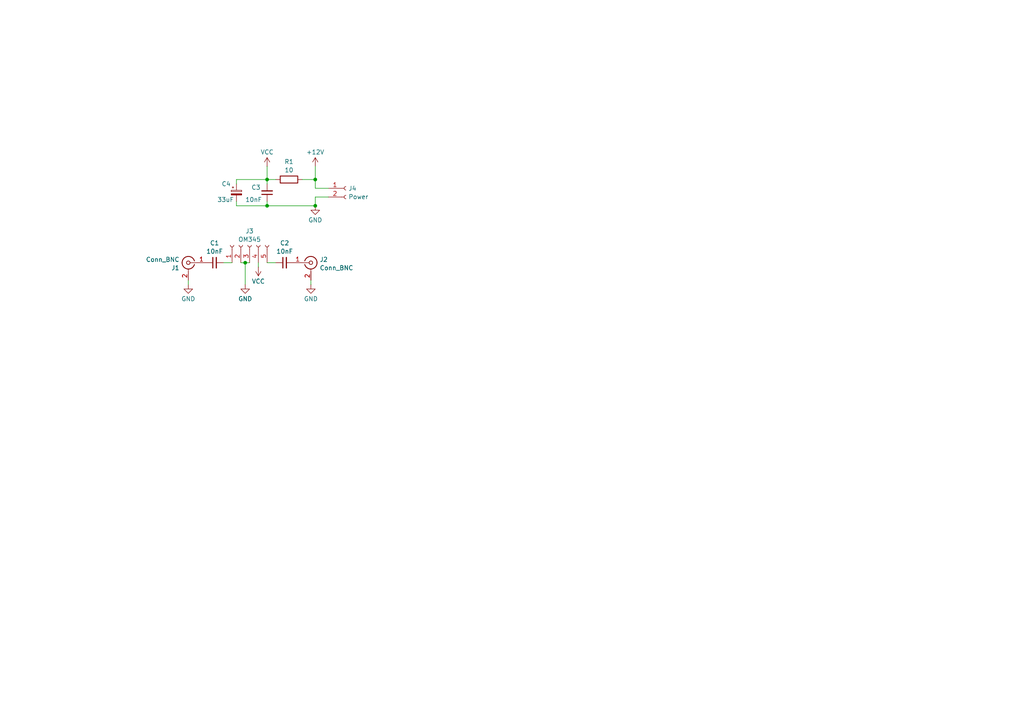
<source format=kicad_sch>
(kicad_sch (version 20250114) (generator "eeschema") (generator_version "9.0")
  (paper "A4")
  (lib_symbols
    (symbol "Connector:Conn_01x02_Socket" (pin_names (offset 1.016) (hide yes))
      (property "Reference" "J" (at 0 2.54 0))
      (property "Value" "Conn_01x02_Socket" (at 0 -5.08 0))
      (symbol "Conn_01x02_Socket_1_1"
        (polyline (pts (xy -1.27 0) (xy -0.508 0)) (stroke (width 0.1524)))
        (polyline (pts (xy -1.27 -2.54) (xy -0.508 -2.54)) (stroke (width 0.1524)))
        (arc (start 0 -0.508) (mid -0.5058 0) (end 0 0.508) (stroke (width 0.1524)))
        (arc (start 0 -3.048) (mid -0.5058 -2.54) (end 0 -2.032) (stroke (width 0.1524)))
        (pin passive line (at -5.08 0 0) (length 3.81) (name "Pin_1") (number "1"))
        (pin passive line (at -5.08 -2.54 0) (length 3.81) (name "Pin_2") (number "2"))
      )
    )
    (symbol "Connector:Conn_01x05_Socket" (pin_names (offset 1.016) (hide yes))
      (property "Reference" "J" (at 0 7.62 0))
      (property "Value" "Conn_01x05_Socket" (at 0 -7.62 0))
      (symbol "Conn_01x05_Socket_1_1"
        (polyline (pts (xy -1.27 5.08) (xy -0.508 5.08)) (stroke (width 0.1524)))
        (polyline (pts (xy -1.27 2.54) (xy -0.508 2.54)) (stroke (width 0.1524)))
        (polyline (pts (xy -1.27 0) (xy -0.508 0)) (stroke (width 0.1524)))
        (polyline (pts (xy -1.27 -2.54) (xy -0.508 -2.54)) (stroke (width 0.1524)))
        (polyline (pts (xy -1.27 -5.08) (xy -0.508 -5.08)) (stroke (width 0.1524)))
        (arc (start 0 4.572) (mid -0.5058 5.08) (end 0 5.588) (stroke (width 0.1524)))
        (arc (start 0 2.032) (mid -0.5058 2.54) (end 0 3.048) (stroke (width 0.1524)))
        (arc (start 0 -0.508) (mid -0.5058 0) (end 0 0.508) (stroke (width 0.1524)))
        (arc (start 0 -3.048) (mid -0.5058 -2.54) (end 0 -2.032) (stroke (width 0.1524)))
        (arc (start 0 -5.588) (mid -0.5058 -5.08) (end 0 -4.572) (stroke (width 0.1524)))
        (pin passive line (at -5.08 5.08 0) (length 3.81) (name "Pin_1") (number "1"))
        (pin passive line (at -5.08 2.54 0) (length 3.81) (name "Pin_2") (number "2"))
        (pin passive line (at -5.08 0 0) (length 3.81) (name "Pin_3") (number "3"))
        (pin passive line (at -5.08 -2.54 0) (length 3.81) (name "Pin_4") (number "4"))
        (pin passive line (at -5.08 -5.08 0) (length 3.81) (name "Pin_5") (number "5"))
      )
    )
    (symbol "Connector:Conn_Coaxial" (pin_names (offset 1.016) (hide yes))
      (property "Reference" "J" (at 0.254 3.048 0))
      (property "Value" "Conn_Coaxial" (at 2.921 0 90))
      (symbol "Conn_Coaxial_0_1"
        (polyline (pts (xy -2.54 0) (xy -0.508 0)))
        (arc (start 1.778 0) (mid 0.222 -1.8079) (end -1.778 -0.508) (stroke (width 0.254)))
        (arc (start -1.778 0.508) (mid 0.2221 1.8084) (end 1.778 0) (stroke (width 0.254)))
        (circle (center 0 0) (radius 0.508) (stroke (width 0.2032)))
        (polyline (pts (xy 0 -2.54) (xy 0 -1.778)))
      )
      (symbol "Conn_Coaxial_1_1"
        (pin passive line (at -5.08 0 0) (length 2.54) (name "In") (number "1"))
        (pin passive line (at 0 -5.08 90) (length 2.54) (name "Ext") (number "2"))
      )
    )
    (symbol "Device:C_Polarized_Small" (pin_numbers (hide yes)) (pin_names (offset 0.254) (hide yes))
      (property "Reference" "C" (at 0.254 1.778 0))
      (property "Value" "C_Polarized_Small" (at 0.254 -2.032 0))
      (symbol "C_Polarized_Small_0_1"
        (rectangle (start -1.524 0.6858) (end 1.524 0.3048))
        (rectangle (start -1.524 -0.3048) (end 1.524 -0.6858) (fill (type outline)))
        (polyline (pts (xy -1.27 1.524) (xy -0.762 1.524)))
        (polyline (pts (xy -1.016 1.27) (xy -1.016 1.778)))
      )
      (symbol "C_Polarized_Small_1_1"
        (pin passive line (at 0 2.54 270) (length 1.8542) (name "~") (number "1"))
        (pin passive line (at 0 -2.54 90) (length 1.8542) (name "~") (number "2"))
      )
    )
    (symbol "Device:C_Small" (pin_numbers (hide yes)) (pin_names (offset 0.254) (hide yes))
      (property "Reference" "C" (at 0.254 1.778 0))
      (property "Value" "C_Small" (at 0.254 -2.032 0))
      (symbol "C_Small_0_1"
        (polyline (pts (xy -1.524 0.508) (xy 1.524 0.508)) (stroke (width 0.3048)))
        (polyline (pts (xy -1.524 -0.508) (xy 1.524 -0.508)) (stroke (width 0.3302)))
      )
      (symbol "C_Small_1_1"
        (pin passive line (at 0 2.54 270) (length 2.032) (name "~") (number "1"))
        (pin passive line (at 0 -2.54 90) (length 2.032) (name "~") (number "2"))
      )
    )
    (symbol "Device:R" (pin_numbers (hide yes)) (pin_names (offset 0))
      (property "Reference" "R" (at 2.032 0 90))
      (property "Value" "R" (at 0 0 90))
      (symbol "R_0_1"
        (rectangle (start -1.016 -2.54) (end 1.016 2.54) (stroke (width 0.254)))
      )
      (symbol "R_1_1"
        (pin passive line (at 0 3.81 270) (length 1.27) (name "~") (number "1"))
        (pin passive line (at 0 -3.81 90) (length 1.27) (name "~") (number "2"))
      )
    )
    (symbol "power:+12V" (power) (pin_numbers (hide yes)) (pin_names (offset 0) (hide yes))
      (property "Value" "+12V" (at 0 3.556 0))
      (symbol "+12V_0_1"
        (polyline (pts (xy -0.762 1.27) (xy 0 2.54)))
        (polyline (pts (xy 0 2.54) (xy 0.762 1.27)))
        (polyline (pts (xy 0 0) (xy 0 2.54)))
      )
      (symbol "+12V_1_1"
        (pin power_in line (at 0 0 90) (length 0) (name "~") (number "1"))
      )
    )
    (symbol "power:GND" (power) (pin_numbers (hide yes)) (pin_names (offset 0) (hide yes))
      (property "Value" "GND" (at 0 -3.81 0))
      (symbol "GND_0_1"
        (polyline (pts (xy 0 0) (xy 0 -1.27) (xy 1.27 -1.27) (xy 0 -2.54) (xy -1.27 -1.27) (xy 0 -1.27)))
      )
      (symbol "GND_1_1"
        (pin power_in line (at 0 0 270) (length 0) (name "~") (number "1"))
      )
    )
    (symbol "power:VCC" (power) (pin_numbers (hide yes)) (pin_names (offset 0) (hide yes))
      (property "Value" "VCC" (at 0 3.556 0))
      (symbol "VCC_0_1"
        (polyline (pts (xy -0.762 1.27) (xy 0 2.54)))
        (polyline (pts (xy 0 2.54) (xy 0.762 1.27)))
        (polyline (pts (xy 0 0) (xy 0 2.54)))
      )
      (symbol "VCC_1_1"
        (pin power_in line (at 0 0 90) (length 0) (name "~") (number "1"))
      )
    )
  )
  (junction (at 71.12 76.2))
  (junction (at 91.44 52.07))
  (junction (at 77.47 59.69))
  (junction (at 91.44 59.69))
  (junction (at 77.47 52.07))
  (wire (pts (xy 90.17 81.28) (xy 90.17 82.55)))
  (wire (pts (xy 68.58 58.42) (xy 68.58 59.69)))
  (wire (pts (xy 77.47 59.69) (xy 77.47 58.42)))
  (wire (pts (xy 69.85 76.2) (xy 71.12 76.2)))
  (wire (pts (xy 95.25 54.61) (xy 91.44 54.61)))
  (wire (pts (xy 91.44 48.26) (xy 91.44 52.07)))
  (wire (pts (xy 77.47 52.07) (xy 77.47 53.34)))
  (wire (pts (xy 71.12 76.2) (xy 72.39 76.2)))
  (wire (pts (xy 54.61 81.28) (xy 54.61 82.55)))
  (wire (pts (xy 77.47 52.07) (xy 80.01 52.07)))
  (wire (pts (xy 68.58 52.07) (xy 77.47 52.07)))
  (wire (pts (xy 77.47 76.2) (xy 80.01 76.2)))
  (wire (pts (xy 77.47 59.69) (xy 91.44 59.69)))
  (wire (pts (xy 91.44 52.07) (xy 91.44 54.61)))
  (wire (pts (xy 64.77 76.2) (xy 67.31 76.2)))
  (wire (pts (xy 77.47 48.26) (xy 77.47 52.07)))
  (wire (pts (xy 87.63 52.07) (xy 91.44 52.07)))
  (wire (pts (xy 74.93 76.2) (xy 74.93 77.47)))
  (wire (pts (xy 71.12 76.2) (xy 71.12 82.55)))
  (wire (pts (xy 68.58 59.69) (xy 77.47 59.69)))
  (wire (pts (xy 91.44 57.15) (xy 91.44 59.69)))
  (wire (pts (xy 95.25 57.15) (xy 91.44 57.15)))
  (wire (pts (xy 68.58 52.07) (xy 68.58 53.34)))
  (symbol (lib_id "power:+12V") (at 74.93 77.47 180) (unit 1)
    (property "Reference" "#PWR04" (effects (hide yes)))
    (property "Value" "VCC" (at 74.93 81.6031 0))
    (property "Description" "Power symbol creates a global label with name \"+12V\"" (effects (hide yes)))
  )
  (symbol (lib_id "Device:C_Small") (at 82.55 76.2 90) (unit 1)
    (property "Reference" "C2" (at 82.5563 70.4934 90))
    (property "Value" "10nF" (at 82.5563 72.9177 90))
    (property "Footprint" "Capacitor_SMD:C_0805_2012Metric_Pad1.18x1.45mm_HandSolder" (effects (hide yes)))
    (property "Description" "Unpolarized capacitor, small symbol" (effects (hide yes)))
  )
  (symbol (lib_id "power:GND") (at 71.12 82.55 0) (unit 1)
    (property "Reference" "#PWR03" (effects (hide yes)))
    (property "Value" "GND" (at 71.12 86.6831 0))
    (property "Description" "Power symbol creates a global label with name \"GND\" , ground" (effects (hide yes)))
  )
  (symbol (lib_id "power:GND") (at 54.61 82.55 0) (unit 1)
    (property "Reference" "#PWR01" (effects (hide yes)))
    (property "Value" "GND" (at 54.61 86.6831 0))
    (property "Description" "Power symbol creates a global label with name \"GND\" , ground" (effects (hide yes)))
  )
  (symbol (lib_id "Connector:Conn_Coaxial") (at 54.61 76.2 0) (mirror y) (unit 1)
    (property "Reference" "J1" (at 52.0699 77.7054 0) (effects (justify left)))
    (property "Value" "Conn_BNC" (at 52.0699 75.2811 0) (effects (justify left)))
    (property "Footprint" "Connector_Coaxial:BNC_Amphenol_B6252HB-NPP3G-50_Horizontal" (effects (hide yes)))
    (property "Description" "coaxial connector (BNC, SMA, SMB, SMC, Cinch/RCA, LEMO, ...)" (effects (hide yes)))
  )
  (symbol (lib_id "Device:R") (at 83.82 52.07 90) (unit 1)
    (property "Reference" "R1" (at 83.82 46.9095 90))
    (property "Value" "10" (at 83.82 49.3338 90))
    (property "Footprint" "Resistor_SMD:R_0805_2012Metric_Pad1.20x1.40mm_HandSolder" (effects (hide yes)))
    (property "Description" "Resistor" (effects (hide yes)))
  )
  (symbol (lib_id "power:VCC") (at 77.47 48.26 0) (unit 1)
    (property "Reference" "#PWR07" (effects (hide yes)))
    (property "Value" "VCC" (at 77.47 44.1269 0))
    (property "Description" "Power symbol creates a global label with name \"VCC\"" (effects (hide yes)))
  )
  (symbol (lib_id "power:+12V") (at 91.44 48.26 0) (unit 1)
    (property "Reference" "#PWR05" (effects (hide yes)))
    (property "Value" "+12V" (at 91.44 44.1269 0))
    (property "Description" "Power symbol creates a global label with name \"+12V\"" (effects (hide yes)))
  )
  (symbol (lib_id "power:GND") (at 90.17 82.55 0) (unit 1)
    (property "Reference" "#PWR02" (effects (hide yes)))
    (property "Value" "GND" (at 90.17 86.6831 0))
    (property "Description" "Power symbol creates a global label with name \"GND\" , ground" (effects (hide yes)))
  )
  (symbol (lib_id "Connector:Conn_01x05_Socket") (at 72.39 71.12 90) (unit 1)
    (property "Reference" "J3" (at 72.39 67.0263 90))
    (property "Value" "OM345" (at 72.39 69.4506 90))
    (property "Footprint" "Connector_PinSocket_2.54mm:PinSocket_1x05_P2.54mm_Vertical" (effects (hide yes)))
    (property "Description" "Generic connector, single row, 01x05, script generated" (effects (hide yes)))
  )
  (symbol (lib_id "power:GND") (at 91.44 59.69 0) (unit 1)
    (property "Reference" "#PWR06" (effects (hide yes)))
    (property "Value" "GND" (at 91.44 63.8231 0))
    (property "Description" "Power symbol creates a global label with name \"GND\" , ground" (effects (hide yes)))
  )
  (symbol (lib_id "Connector:Conn_01x02_Socket") (at 100.33 54.61 0) (unit 1)
    (property "Reference" "J4" (at 101.0412 54.6678 0) (effects (justify left)))
    (property "Value" "Power" (at 101.0412 57.0921 0) (effects (justify left)))
    (property "Footprint" "Connector_PinHeader_2.54mm:PinHeader_1x02_P2.54mm_Vertical" (effects (hide yes)))
    (property "Description" "Generic connector, single row, 01x02, script generated" (effects (hide yes)))
  )
  (symbol (lib_id "Device:C_Small") (at 77.47 55.88 180) (unit 1)
    (property "Reference" "C3" (at 72.898 54.356 0) (effects (justify right)))
    (property "Value" "10nF" (at 71.12 57.912 0) (effects (justify right)))
    (property "Footprint" "Capacitor_SMD:C_0805_2012Metric_Pad1.18x1.45mm_HandSolder" (effects (hide yes)))
    (property "Description" "Unpolarized capacitor, small symbol" (effects (hide yes)))
  )
  (symbol (lib_id "Connector:Conn_Coaxial") (at 90.17 76.2 0) (unit 1)
    (property "Reference" "J2" (at 92.7101 75.281 0) (effects (justify left)))
    (property "Value" "Conn_BNC" (at 92.7101 77.7053 0) (effects (justify left)))
    (property "Footprint" "Connector_Coaxial:BNC_Amphenol_B6252HB-NPP3G-50_Horizontal" (effects (hide yes)))
    (property "Description" "coaxial connector (BNC, SMA, SMB, SMC, Cinch/RCA, LEMO, ...)" (effects (hide yes)))
  )
  (symbol (lib_id "Device:C_Small") (at 62.23 76.2 90) (unit 1)
    (property "Reference" "C1" (at 62.2363 70.4934 90))
    (property "Value" "10nF" (at 62.2363 72.9177 90))
    (property "Footprint" "Capacitor_SMD:C_0805_2012Metric_Pad1.18x1.45mm_HandSolder" (effects (hide yes)))
    (property "Description" "Unpolarized capacitor, small symbol" (effects (hide yes)))
  )
  (symbol (lib_id "Device:C_Polarized_Small") (at 68.58 55.88 0) (unit 1)
    (property "Reference" "C4" (at 64.262 53.34 0) (effects (justify left)))
    (property "Value" "33uF" (at 62.992 57.912 0) (effects (justify left)))
    (property "Footprint" "Capacitor_THT:CP_Radial_D5.0mm_P2.50mm" (effects (hide yes)))
    (property "Description" "Polarized capacitor, small symbol" (effects (hide yes)))
  )
)
</source>
